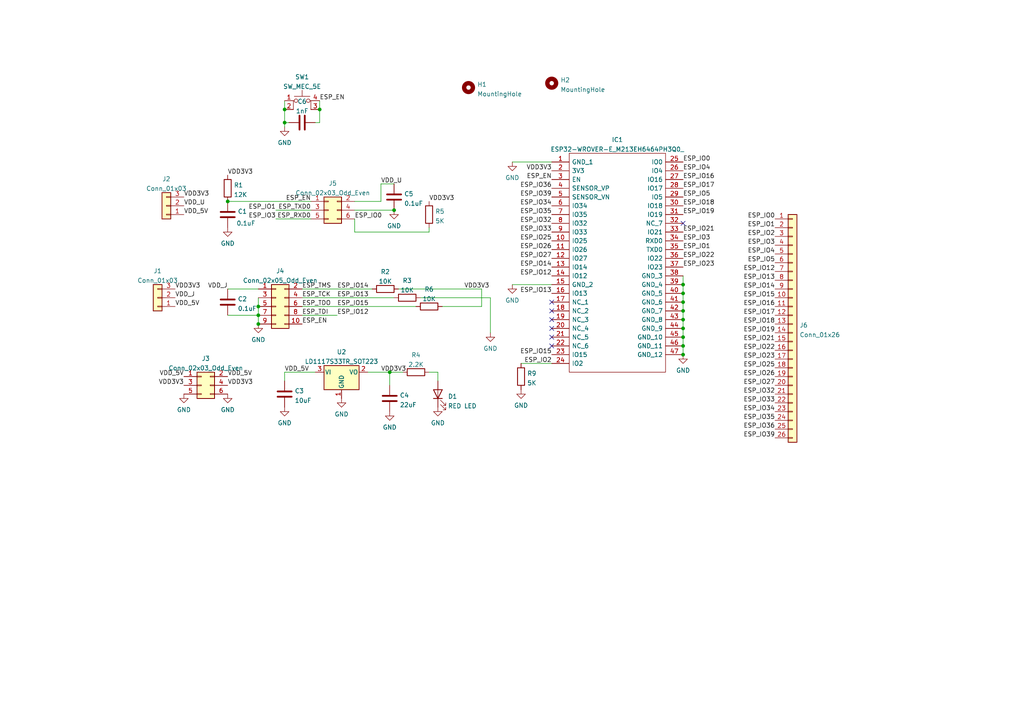
<source format=kicad_sch>
(kicad_sch (version 20211123) (generator eeschema)
  (paper "A4")
  (lib_symbols
    (symbol "Connector_Generic:Conn_01x03" (pin_names (offset 1.016) hide)
      (property "Reference" "J" (at 0 5.08 0))
      (property "Value" "Conn_01x03" (at 0 -5.08 0))
      (symbol "Conn_01x03_1_1"
        (rectangle (start -1.27 -2.413) (end 0 -2.667) (stroke (width 0.1524)))
        (rectangle (start -1.27 0.127) (end 0 -0.127) (stroke (width 0.1524)))
        (rectangle (start -1.27 2.667) (end 0 2.413) (stroke (width 0.1524)))
        (rectangle (start -1.27 3.81) (end 1.27 -3.81) (stroke (width 0.254)) (fill (type background)))
        (pin passive line (at -5.08 2.54 0) (length 3.81) (name "Pin_1") (number "1"))
        (pin passive line (at -5.08 0 0) (length 3.81) (name "Pin_2") (number "2"))
        (pin passive line (at -5.08 -2.54 0) (length 3.81) (name "Pin_3") (number "3"))
      )
    )
    (symbol "Connector_Generic:Conn_01x26" (pin_names (offset 1.016) hide)
      (property "Reference" "J" (at 0 33.02 0))
      (property "Value" "Conn_01x26" (at 0 -35.56 0))
      (symbol "Conn_01x26_1_1"
        (rectangle (start -1.27 -32.893) (end 0 -33.147) (stroke (width 0.1524)))
        (rectangle (start -1.27 -30.353) (end 0 -30.607) (stroke (width 0.1524)))
        (rectangle (start -1.27 -27.813) (end 0 -28.067) (stroke (width 0.1524)))
        (rectangle (start -1.27 -25.273) (end 0 -25.527) (stroke (width 0.1524)))
        (rectangle (start -1.27 -22.733) (end 0 -22.987) (stroke (width 0.1524)))
        (rectangle (start -1.27 -20.193) (end 0 -20.447) (stroke (width 0.1524)))
        (rectangle (start -1.27 -17.653) (end 0 -17.907) (stroke (width 0.1524)))
        (rectangle (start -1.27 -15.113) (end 0 -15.367) (stroke (width 0.1524)))
        (rectangle (start -1.27 -12.573) (end 0 -12.827) (stroke (width 0.1524)))
        (rectangle (start -1.27 -10.033) (end 0 -10.287) (stroke (width 0.1524)))
        (rectangle (start -1.27 -7.493) (end 0 -7.747) (stroke (width 0.1524)))
        (rectangle (start -1.27 -4.953) (end 0 -5.207) (stroke (width 0.1524)))
        (rectangle (start -1.27 -2.413) (end 0 -2.667) (stroke (width 0.1524)))
        (rectangle (start -1.27 0.127) (end 0 -0.127) (stroke (width 0.1524)))
        (rectangle (start -1.27 2.667) (end 0 2.413) (stroke (width 0.1524)))
        (rectangle (start -1.27 5.207) (end 0 4.953) (stroke (width 0.1524)))
        (rectangle (start -1.27 7.747) (end 0 7.493) (stroke (width 0.1524)))
        (rectangle (start -1.27 10.287) (end 0 10.033) (stroke (width 0.1524)))
        (rectangle (start -1.27 12.827) (end 0 12.573) (stroke (width 0.1524)))
        (rectangle (start -1.27 15.367) (end 0 15.113) (stroke (width 0.1524)))
        (rectangle (start -1.27 17.907) (end 0 17.653) (stroke (width 0.1524)))
        (rectangle (start -1.27 20.447) (end 0 20.193) (stroke (width 0.1524)))
        (rectangle (start -1.27 22.987) (end 0 22.733) (stroke (width 0.1524)))
        (rectangle (start -1.27 25.527) (end 0 25.273) (stroke (width 0.1524)))
        (rectangle (start -1.27 28.067) (end 0 27.813) (stroke (width 0.1524)))
        (rectangle (start -1.27 30.607) (end 0 30.353) (stroke (width 0.1524)))
        (rectangle (start -1.27 31.75) (end 1.27 -34.29) (stroke (width 0.254)) (fill (type background)))
        (pin passive line (at -5.08 30.48 0) (length 3.81) (name "Pin_1") (number "1"))
        (pin passive line (at -5.08 7.62 0) (length 3.81) (name "Pin_10") (number "10"))
        (pin passive line (at -5.08 5.08 0) (length 3.81) (name "Pin_11") (number "11"))
        (pin passive line (at -5.08 2.54 0) (length 3.81) (name "Pin_12") (number "12"))
        (pin passive line (at -5.08 0 0) (length 3.81) (name "Pin_13") (number "13"))
        (pin passive line (at -5.08 -2.54 0) (length 3.81) (name "Pin_14") (number "14"))
        (pin passive line (at -5.08 -5.08 0) (length 3.81) (name "Pin_15") (number "15"))
        (pin passive line (at -5.08 -7.62 0) (length 3.81) (name "Pin_16") (number "16"))
        (pin passive line (at -5.08 -10.16 0) (length 3.81) (name "Pin_17") (number "17"))
        (pin passive line (at -5.08 -12.7 0) (length 3.81) (name "Pin_18") (number "18"))
        (pin passive line (at -5.08 -15.24 0) (length 3.81) (name "Pin_19") (number "19"))
        (pin passive line (at -5.08 27.94 0) (length 3.81) (name "Pin_2") (number "2"))
        (pin passive line (at -5.08 -17.78 0) (length 3.81) (name "Pin_20") (number "20"))
        (pin passive line (at -5.08 -20.32 0) (length 3.81) (name "Pin_21") (number "21"))
        (pin passive line (at -5.08 -22.86 0) (length 3.81) (name "Pin_22") (number "22"))
        (pin passive line (at -5.08 -25.4 0) (length 3.81) (name "Pin_23") (number "23"))
        (pin passive line (at -5.08 -27.94 0) (length 3.81) (name "Pin_24") (number "24"))
        (pin passive line (at -5.08 -30.48 0) (length 3.81) (name "Pin_25") (number "25"))
        (pin passive line (at -5.08 -33.02 0) (length 3.81) (name "Pin_26") (number "26"))
        (pin passive line (at -5.08 25.4 0) (length 3.81) (name "Pin_3") (number "3"))
        (pin passive line (at -5.08 22.86 0) (length 3.81) (name "Pin_4") (number "4"))
        (pin passive line (at -5.08 20.32 0) (length 3.81) (name "Pin_5") (number "5"))
        (pin passive line (at -5.08 17.78 0) (length 3.81) (name "Pin_6") (number "6"))
        (pin passive line (at -5.08 15.24 0) (length 3.81) (name "Pin_7") (number "7"))
        (pin passive line (at -5.08 12.7 0) (length 3.81) (name "Pin_8") (number "8"))
        (pin passive line (at -5.08 10.16 0) (length 3.81) (name "Pin_9") (number "9"))
      )
    )
    (symbol "Connector_Generic:Conn_02x03_Odd_Even" (pin_names (offset 1.016) hide)
      (property "Reference" "J" (at 1.27 5.08 0))
      (property "Value" "Conn_02x03_Odd_Even" (at 1.27 -5.08 0))
      (symbol "Conn_02x03_Odd_Even_1_1"
        (rectangle (start -1.27 -2.413) (end 0 -2.667) (stroke (width 0.1524)))
        (rectangle (start -1.27 0.127) (end 0 -0.127) (stroke (width 0.1524)))
        (rectangle (start -1.27 2.667) (end 0 2.413) (stroke (width 0.1524)))
        (rectangle (start -1.27 3.81) (end 3.81 -3.81) (stroke (width 0.254)) (fill (type background)))
        (rectangle (start 3.81 -2.413) (end 2.54 -2.667) (stroke (width 0.1524)))
        (rectangle (start 3.81 0.127) (end 2.54 -0.127) (stroke (width 0.1524)))
        (rectangle (start 3.81 2.667) (end 2.54 2.413) (stroke (width 0.1524)))
        (pin passive line (at -5.08 2.54 0) (length 3.81) (name "Pin_1") (number "1"))
        (pin passive line (at 7.62 2.54 180) (length 3.81) (name "Pin_2") (number "2"))
        (pin passive line (at -5.08 0 0) (length 3.81) (name "Pin_3") (number "3"))
        (pin passive line (at 7.62 0 180) (length 3.81) (name "Pin_4") (number "4"))
        (pin passive line (at -5.08 -2.54 0) (length 3.81) (name "Pin_5") (number "5"))
        (pin passive line (at 7.62 -2.54 180) (length 3.81) (name "Pin_6") (number "6"))
      )
    )
    (symbol "Connector_Generic:Conn_02x05_Odd_Even" (pin_names (offset 1.016) hide)
      (property "Reference" "J" (at 1.27 7.62 0))
      (property "Value" "Conn_02x05_Odd_Even" (at 1.27 -7.62 0))
      (symbol "Conn_02x05_Odd_Even_1_1"
        (rectangle (start -1.27 -4.953) (end 0 -5.207) (stroke (width 0.1524)))
        (rectangle (start -1.27 -2.413) (end 0 -2.667) (stroke (width 0.1524)))
        (rectangle (start -1.27 0.127) (end 0 -0.127) (stroke (width 0.1524)))
        (rectangle (start -1.27 2.667) (end 0 2.413) (stroke (width 0.1524)))
        (rectangle (start -1.27 5.207) (end 0 4.953) (stroke (width 0.1524)))
        (rectangle (start -1.27 6.35) (end 3.81 -6.35) (stroke (width 0.254)) (fill (type background)))
        (rectangle (start 3.81 -4.953) (end 2.54 -5.207) (stroke (width 0.1524)))
        (rectangle (start 3.81 -2.413) (end 2.54 -2.667) (stroke (width 0.1524)))
        (rectangle (start 3.81 0.127) (end 2.54 -0.127) (stroke (width 0.1524)))
        (rectangle (start 3.81 2.667) (end 2.54 2.413) (stroke (width 0.1524)))
        (rectangle (start 3.81 5.207) (end 2.54 4.953) (stroke (width 0.1524)))
        (pin passive line (at -5.08 5.08 0) (length 3.81) (name "Pin_1") (number "1"))
        (pin passive line (at 7.62 -5.08 180) (length 3.81) (name "Pin_10") (number "10"))
        (pin passive line (at 7.62 5.08 180) (length 3.81) (name "Pin_2") (number "2"))
        (pin passive line (at -5.08 2.54 0) (length 3.81) (name "Pin_3") (number "3"))
        (pin passive line (at 7.62 2.54 180) (length 3.81) (name "Pin_4") (number "4"))
        (pin passive line (at -5.08 0 0) (length 3.81) (name "Pin_5") (number "5"))
        (pin passive line (at 7.62 0 180) (length 3.81) (name "Pin_6") (number "6"))
        (pin passive line (at -5.08 -2.54 0) (length 3.81) (name "Pin_7") (number "7"))
        (pin passive line (at 7.62 -2.54 180) (length 3.81) (name "Pin_8") (number "8"))
        (pin passive line (at -5.08 -5.08 0) (length 3.81) (name "Pin_9") (number "9"))
      )
    )
    (symbol "Device:C" (pin_numbers hide) (pin_names (offset 0.254))
      (property "Reference" "C" (at 0.635 2.54 0))
      (property "Value" "C" (at 0.635 -2.54 0))
      (symbol "C_0_1"
        (polyline (pts (xy -2.032 -0.762) (xy 2.032 -0.762)) (stroke (width 0.508)))
        (polyline (pts (xy -2.032 0.762) (xy 2.032 0.762)) (stroke (width 0.508)))
      )
      (symbol "C_1_1"
        (pin passive line (at 0 3.81 270) (length 2.794) (name "~") (number "1"))
        (pin passive line (at 0 -3.81 90) (length 2.794) (name "~") (number "2"))
      )
    )
    (symbol "Device:LED" (pin_numbers hide) (pin_names (offset 1.016) hide)
      (property "Reference" "D" (at 0 2.54 0))
      (property "Value" "LED" (at 0 -2.54 0))
      (symbol "LED_0_1"
        (polyline (pts (xy -1.27 -1.27) (xy -1.27 1.27)) (stroke (width 0.254)))
        (polyline (pts (xy -1.27 0) (xy 1.27 0)))
        (polyline (pts (xy 1.27 -1.27) (xy 1.27 1.27) (xy -1.27 0) (xy 1.27 -1.27)) (stroke (width 0.254)))
        (polyline (pts (xy -3.048 -0.762) (xy -4.572 -2.286) (xy -3.81 -2.286) (xy -4.572 -2.286) (xy -4.572 -1.524)))
        (polyline (pts (xy -1.778 -0.762) (xy -3.302 -2.286) (xy -2.54 -2.286) (xy -3.302 -2.286) (xy -3.302 -1.524)))
      )
      (symbol "LED_1_1"
        (pin passive line (at -3.81 0 0) (length 2.54) (name "K") (number "1"))
        (pin passive line (at 3.81 0 180) (length 2.54) (name "A") (number "2"))
      )
    )
    (symbol "Device:R" (pin_numbers hide) (pin_names (offset 0))
      (property "Reference" "R" (at 2.032 0 90))
      (property "Value" "R" (at 0 0 90))
      (symbol "R_0_1"
        (rectangle (start -1.016 -2.54) (end 1.016 2.54) (stroke (width 0.254)))
      )
      (symbol "R_1_1"
        (pin passive line (at 0 3.81 270) (length 1.27) (name "~") (number "1"))
        (pin passive line (at 0 -3.81 90) (length 1.27) (name "~") (number "2"))
      )
    )
    (symbol "Mechanical:MountingHole" (pin_names (offset 1.016))
      (property "Reference" "H" (at 0 5.08 0))
      (property "Value" "MountingHole" (at 0 3.175 0))
      (symbol "MountingHole_0_1"
        (circle (center 0 0) (radius 1.27) (stroke (width 1.27)))
      )
    )
    (symbol "Regulator_Linear:LD1117S33TR_SOT223" (pin_names (offset 0.254))
      (property "Reference" "U" (at -3.81 3.175 0))
      (property "Value" "LD1117S33TR_SOT223" (at 0 3.175 0))
      (symbol "LD1117S33TR_SOT223_0_1"
        (rectangle (start -5.08 -5.08) (end 5.08 1.905) (stroke (width 0.254)) (fill (type background)))
      )
      (symbol "LD1117S33TR_SOT223_1_1"
        (pin power_in line (at 0 -7.62 90) (length 2.54) (name "GND") (number "1"))
        (pin power_out line (at 7.62 0 180) (length 2.54) (name "VO") (number "2"))
        (pin power_in line (at -7.62 0 0) (length 2.54) (name "VI") (number "3"))
      )
    )
    (symbol "Switch:SW_MEC_5E" (pin_names (offset 1.016) hide)
      (property "Reference" "SW" (at 0.635 5.715 0))
      (property "Value" "SW_MEC_5E" (at 0 -3.175 0))
      (symbol "SW_MEC_5E_0_1"
        (circle (center -1.778 2.54) (radius 0.508))
        (polyline (pts (xy -2.286 3.81) (xy 2.286 3.81)))
        (polyline (pts (xy 0 3.81) (xy 0 5.588)))
        (polyline (pts (xy -2.54 0) (xy -2.54 2.54) (xy -2.286 2.54)))
        (polyline (pts (xy 2.54 0) (xy 2.54 2.54) (xy 2.286 2.54)))
        (circle (center 1.778 2.54) (radius 0.508))
        (pin passive line (at -5.08 2.54 0) (length 2.54) (name "1") (number "1"))
        (pin passive line (at -5.08 0 0) (length 2.54) (name "2") (number "2"))
        (pin passive line (at 5.08 0 180) (length 2.54) (name "K") (number "3"))
        (pin passive line (at 5.08 2.54 180) (length 2.54) (name "A") (number "4"))
      )
    )
    (symbol "mouser:ESP32-WROVER-E_M213EH6464PH3Q0_" (pin_names (offset 0.762))
      (property "Reference" "IC" (at 34.29 7.62 0))
      (property "Value" "ESP32-WROVER-E_M213EH6464PH3Q0_" (at 34.29 5.08 0))
      (symbol "ESP32-WROVER-E_M213EH6464PH3Q0__0_0"
        (pin passive line (at 0 0 0) (length 5.08) (name "GND_1") (number "1"))
        (pin passive line (at 0 -22.86 0) (length 5.08) (name "IO25") (number "10"))
        (pin passive line (at 0 -25.4 0) (length 5.08) (name "IO26") (number "11"))
        (pin passive line (at 0 -27.94 0) (length 5.08) (name "IO27") (number "12"))
        (pin passive line (at 0 -30.48 0) (length 5.08) (name "IO14") (number "13"))
        (pin passive line (at 0 -33.02 0) (length 5.08) (name "IO12") (number "14"))
        (pin passive line (at 0 -35.56 0) (length 5.08) (name "GND_2") (number "15"))
        (pin passive line (at 0 -38.1 0) (length 5.08) (name "IO13") (number "16"))
        (pin passive line (at 0 -40.64 0) (length 5.08) (name "NC_1") (number "17"))
        (pin passive line (at 0 -43.18 0) (length 5.08) (name "NC_2") (number "18"))
        (pin passive line (at 0 -45.72 0) (length 5.08) (name "NC_3") (number "19"))
        (pin passive line (at 0 -2.54 0) (length 5.08) (name "3V3") (number "2"))
        (pin passive line (at 0 -48.26 0) (length 5.08) (name "NC_4") (number "20"))
        (pin passive line (at 0 -50.8 0) (length 5.08) (name "NC_5") (number "21"))
        (pin passive line (at 0 -53.34 0) (length 5.08) (name "NC_6") (number "22"))
        (pin passive line (at 0 -55.88 0) (length 5.08) (name "IO15") (number "23"))
        (pin passive line (at 0 -58.42 0) (length 5.08) (name "IO2") (number "24"))
        (pin passive line (at 38.1 0 180) (length 5.08) (name "IO0") (number "25"))
        (pin passive line (at 38.1 -2.54 180) (length 5.08) (name "IO4") (number "26"))
        (pin passive line (at 38.1 -5.08 180) (length 5.08) (name "IO16") (number "27"))
        (pin passive line (at 38.1 -7.62 180) (length 5.08) (name "IO17") (number "28"))
        (pin passive line (at 38.1 -10.16 180) (length 5.08) (name "IO5") (number "29"))
        (pin passive line (at 0 -5.08 0) (length 5.08) (name "EN") (number "3"))
        (pin passive line (at 38.1 -12.7 180) (length 5.08) (name "IO18") (number "30"))
        (pin passive line (at 38.1 -15.24 180) (length 5.08) (name "IO19") (number "31"))
        (pin passive line (at 38.1 -17.78 180) (length 5.08) (name "NC_7") (number "32"))
        (pin passive line (at 38.1 -20.32 180) (length 5.08) (name "IO21") (number "33"))
        (pin passive line (at 38.1 -22.86 180) (length 5.08) (name "RXD0") (number "34"))
        (pin passive line (at 38.1 -25.4 180) (length 5.08) (name "TXD0") (number "35"))
        (pin passive line (at 38.1 -27.94 180) (length 5.08) (name "IO22") (number "36"))
        (pin passive line (at 38.1 -30.48 180) (length 5.08) (name "IO23") (number "37"))
        (pin passive line (at 38.1 -33.02 180) (length 5.08) (name "GND_3") (number "38"))
        (pin passive line (at 38.1 -35.56 180) (length 5.08) (name "GND_4") (number "39"))
        (pin passive line (at 0 -7.62 0) (length 5.08) (name "SENSOR_VP") (number "4"))
        (pin passive line (at 38.1 -38.1 180) (length 5.08) (name "GND_5") (number "40"))
        (pin passive line (at 38.1 -40.64 180) (length 5.08) (name "GND_6") (number "41"))
        (pin passive line (at 38.1 -43.18 180) (length 5.08) (name "GND_7") (number "42"))
        (pin passive line (at 38.1 -45.72 180) (length 5.08) (name "GND_8") (number "43"))
        (pin passive line (at 38.1 -48.26 180) (length 5.08) (name "GND_9") (number "44"))
        (pin passive line (at 38.1 -50.8 180) (length 5.08) (name "GND_10") (number "45"))
        (pin passive line (at 38.1 -53.34 180) (length 5.08) (name "GND_11") (number "46"))
        (pin passive line (at 38.1 -55.88 180) (length 5.08) (name "GND_12") (number "47"))
        (pin passive line (at 0 -10.16 0) (length 5.08) (name "SENSOR_VN") (number "5"))
        (pin passive line (at 0 -12.7 0) (length 5.08) (name "IO34") (number "6"))
        (pin passive line (at 0 -15.24 0) (length 5.08) (name "IO35") (number "7"))
        (pin passive line (at 0 -17.78 0) (length 5.08) (name "IO32") (number "8"))
        (pin passive line (at 0 -20.32 0) (length 5.08) (name "IO33") (number "9"))
      )
      (symbol "ESP32-WROVER-E_M213EH6464PH3Q0__0_1"
        (polyline (pts (xy 5.08 2.54) (xy 33.02 2.54) (xy 33.02 -60.96) (xy 5.08 -60.96) (xy 5.08 2.54)) (stroke (width 0.1524)))
      )
    )
    (symbol "power:GND" (power) (pin_names (offset 0))
      (property "Value" "GND" (at 0 -3.81 0))
      (symbol "GND_0_1"
        (polyline (pts (xy 0 0) (xy 0 -1.27) (xy 1.27 -1.27) (xy 0 -2.54) (xy -1.27 -1.27) (xy 0 -1.27)))
      )
      (symbol "GND_1_1"
        (pin power_in line (at 0 0 270) (length 0) hide (name "GND") (number "1"))
      )
    )
  )
  (junction (at 198.12 82.55))
  (junction (at 198.12 87.63))
  (junction (at 198.12 97.79))
  (junction (at 74.93 91.44))
  (junction (at 74.93 88.9))
  (junction (at 198.12 85.09))
  (junction (at 114.3 60.96))
  (junction (at 82.55 35.56))
  (junction (at 198.12 95.25))
  (junction (at 66.04 58.42))
  (junction (at 92.71 31.75))
  (junction (at 198.12 100.33))
  (junction (at 82.55 31.75))
  (junction (at 198.12 90.17))
  (junction (at 198.12 92.71))
  (junction (at 113.03 107.95))
  (junction (at 198.12 102.87))
  (junction (at 74.93 93.98))
  (no_connect (at 198.12 64.77))
  (no_connect (at 160.02 95.25))
  (no_connect (at 160.02 87.63))
  (no_connect (at 160.02 90.17))
  (no_connect (at 160.02 92.71))
  (no_connect (at 160.02 97.79))
  (no_connect (at 160.02 100.33))
  (wire (pts (xy 110.49 58.42) (xy 110.49 53.34)))
  (wire (pts (xy 198.12 90.17) (xy 198.12 92.71)))
  (wire (pts (xy 127 110.49) (xy 127 107.95)))
  (wire (pts (xy 92.71 29.21) (xy 92.71 31.75)))
  (wire (pts (xy 127 107.95) (xy 124.46 107.95)))
  (wire (pts (xy 124.46 67.31) (xy 124.46 66.04)))
  (wire (pts (xy 115.57 83.82) (xy 139.7 83.82)))
  (wire (pts (xy 91.44 35.56) (xy 92.71 35.56)))
  (wire (pts (xy 198.12 92.71) (xy 198.12 95.25)))
  (wire (pts (xy 148.59 46.99) (xy 160.02 46.99)))
  (wire (pts (xy 87.63 91.44) (xy 97.79 91.44)))
  (wire (pts (xy 148.59 82.55) (xy 160.02 82.55)))
  (wire (pts (xy 82.55 29.21) (xy 82.55 31.75)))
  (wire (pts (xy 198.12 82.55) (xy 198.12 85.09)))
  (wire (pts (xy 102.87 58.42) (xy 110.49 58.42)))
  (wire (pts (xy 91.44 107.95) (xy 82.55 107.95)))
  (wire (pts (xy 198.12 87.63) (xy 198.12 90.17)))
  (wire (pts (xy 160.02 105.41) (xy 151.13 105.41)))
  (wire (pts (xy 198.12 80.01) (xy 198.12 82.55)))
  (wire (pts (xy 128.27 88.9) (xy 139.7 88.9)))
  (wire (pts (xy 106.68 107.95) (xy 113.03 107.95)))
  (wire (pts (xy 74.93 91.44) (xy 74.93 93.98)))
  (wire (pts (xy 66.04 91.44) (xy 74.93 91.44)))
  (wire (pts (xy 92.71 35.56) (xy 92.71 31.75)))
  (wire (pts (xy 80.01 60.96) (xy 90.17 60.96)))
  (wire (pts (xy 110.49 53.34) (xy 114.3 53.34)))
  (wire (pts (xy 82.55 31.75) (xy 82.55 35.56)))
  (wire (pts (xy 142.24 86.36) (xy 142.24 96.52)))
  (wire (pts (xy 74.93 88.9) (xy 74.93 91.44)))
  (wire (pts (xy 66.04 83.82) (xy 74.93 83.82)))
  (wire (pts (xy 82.55 35.56) (xy 82.55 36.83)))
  (wire (pts (xy 87.63 83.82) (xy 107.95 83.82)))
  (wire (pts (xy 102.87 67.31) (xy 124.46 67.31)))
  (wire (pts (xy 74.93 86.36) (xy 74.93 88.9)))
  (wire (pts (xy 102.87 63.5) (xy 102.87 67.31)))
  (wire (pts (xy 198.12 95.25) (xy 198.12 97.79)))
  (wire (pts (xy 198.12 100.33) (xy 198.12 102.87)))
  (wire (pts (xy 66.04 58.42) (xy 90.17 58.42)))
  (wire (pts (xy 82.55 107.95) (xy 82.55 110.49)))
  (wire (pts (xy 87.63 88.9) (xy 120.65 88.9)))
  (wire (pts (xy 82.55 35.56) (xy 83.82 35.56)))
  (wire (pts (xy 121.92 86.36) (xy 142.24 86.36)))
  (wire (pts (xy 113.03 107.95) (xy 113.03 111.76)))
  (wire (pts (xy 198.12 97.79) (xy 198.12 100.33)))
  (wire (pts (xy 102.87 60.96) (xy 114.3 60.96)))
  (wire (pts (xy 87.63 86.36) (xy 114.3 86.36)))
  (wire (pts (xy 198.12 85.09) (xy 198.12 87.63)))
  (wire (pts (xy 116.84 107.95) (xy 113.03 107.95)))
  (wire (pts (xy 80.01 63.5) (xy 90.17 63.5)))
  (wire (pts (xy 139.7 83.82) (xy 139.7 88.9)))
  (label "ESP_IO14" (at 160.02 77.47 180))
  (label "VDD3V3" (at 53.34 57.15 0))
  (label "VDD3V3" (at 134.62 83.82 0))
  (label "VDD_5V" (at 50.8 88.9 0))
  (label "ESP_IO0" (at 198.12 46.99 0))
  (label "ESP_IO26" (at 160.02 72.39 180))
  (label "ESP_IO3" (at 198.12 69.85 0))
  (label "ESP_TDO" (at 87.63 88.9 0))
  (label "ESP_IO0" (at 102.87 63.5 0))
  (label "ESP_IO14" (at 224.79 83.82 180))
  (label "ESP_IO23" (at 224.79 104.14 180))
  (label "ESP_IO1" (at 224.79 66.04 180))
  (label "ESP_IO36" (at 224.79 124.46 180))
  (label "ESP_IO19" (at 224.79 96.52 180))
  (label "ESP_EN" (at 160.02 52.07 180))
  (label "VDD_5V" (at 53.34 109.22 180))
  (label "ESP_RXD0" (at 90.17 63.5 180))
  (label "ESP_IO2" (at 160.02 105.41 180))
  (label "ESP_IO13" (at 97.79 86.36 0))
  (label "VDD3V3" (at 110.49 107.95 0))
  (label "ESP_IO13" (at 224.79 81.28 180))
  (label "ESP_IO23" (at 198.12 77.47 0))
  (label "VDD3V3" (at 124.46 58.42 0))
  (label "ESP_IO4" (at 224.79 73.66 180))
  (label "ESP_IO0" (at 224.79 63.5 180))
  (label "ESP_IO15" (at 97.79 88.9 0))
  (label "ESP_IO17" (at 224.79 91.44 180))
  (label "VDD3V3" (at 160.02 49.53 180))
  (label "ESP_IO33" (at 224.79 116.84 180))
  (label "VDD_U" (at 110.49 53.34 0))
  (label "VDD_J" (at 50.8 86.36 0))
  (label "ESP_IO18" (at 198.12 59.69 0))
  (label "ESP_IO39" (at 224.79 127 180))
  (label "ESP_IO39" (at 160.02 57.15 180))
  (label "ESP_IO27" (at 160.02 74.93 180))
  (label "ESP_IO1" (at 198.12 72.39 0))
  (label "ESP_IO17" (at 198.12 54.61 0))
  (label "ESP_IO32" (at 224.79 114.3 180))
  (label "VDD3V3" (at 66.04 111.76 0))
  (label "ESP_IO16" (at 224.79 88.9 180))
  (label "VDD3V3" (at 53.34 111.76 180))
  (label "ESP_IO4" (at 198.12 49.53 0))
  (label "ESP_TDI" (at 87.63 91.44 0))
  (label "ESP_IO26" (at 224.79 109.22 180))
  (label "ESP_IO27" (at 224.79 111.76 180))
  (label "ESP_EN" (at 90.17 58.42 180))
  (label "ESP_IO34" (at 160.02 59.69 180))
  (label "ESP_IO25" (at 160.02 69.85 180))
  (label "VDD_5V" (at 53.34 62.23 0))
  (label "VDD_5V" (at 66.04 109.22 0))
  (label "ESP_TMS" (at 87.63 83.82 0))
  (label "ESP_EN" (at 87.63 93.98 0))
  (label "ESP_IO12" (at 160.02 80.01 180))
  (label "ESP_IO33" (at 160.02 67.31 180))
  (label "ESP_IO15" (at 224.79 86.36 180))
  (label "ESP_IO5" (at 198.12 57.15 0))
  (label "ESP_IO35" (at 224.79 121.92 180))
  (label "ESP_IO15" (at 160.02 102.87 180))
  (label "VDD_5V" (at 82.55 107.95 0))
  (label "ESP_IO22" (at 224.79 101.6 180))
  (label "ESP_IO13" (at 160.02 85.09 180))
  (label "ESP_TCK" (at 87.63 86.36 0))
  (label "ESP_IO19" (at 198.12 62.23 0))
  (label "ESP_IO12" (at 97.79 91.44 0))
  (label "ESP_IO25" (at 224.79 106.68 180))
  (label "ESP_IO21" (at 224.79 99.06 180))
  (label "VDD_U" (at 53.34 59.69 0))
  (label "ESP_IO2" (at 224.79 68.58 180))
  (label "ESP_IO3" (at 80.01 63.5 180))
  (label "ESP_IO35" (at 160.02 62.23 180))
  (label "VDD_J" (at 66.04 83.82 180))
  (label "VDD3V3" (at 50.8 83.82 0))
  (label "ESP_IO5" (at 224.79 76.2 180))
  (label "ESP_IO21" (at 198.12 67.31 0))
  (label "ESP_IO12" (at 224.79 78.74 180))
  (label "ESP_IO1" (at 80.01 60.96 180))
  (label "ESP_IO36" (at 160.02 54.61 180))
  (label "ESP_TXD0" (at 90.17 60.96 180))
  (label "ESP_IO18" (at 224.79 93.98 180))
  (label "ESP_IO22" (at 198.12 74.93 0))
  (label "ESP_IO3" (at 224.79 71.12 180))
  (label "VDD3V3" (at 66.04 50.8 0))
  (label "ESP_IO34" (at 224.79 119.38 180))
  (label "ESP_IO14" (at 97.79 83.82 0))
  (label "ESP_EN" (at 92.71 29.21 0))
  (label "ESP_IO16" (at 198.12 52.07 0))
  (label "ESP_IO32" (at 160.02 64.77 180))
  (symbol (lib_id "Mechanical:MountingHole") (at 135.89 25.4 0) (unit 1)
    (property "Reference" "H1" (at 138.43 24.4915 0) (effects (justify left)))
    (property "Value" "MountingHole" (at 138.43 27.2666 0) (effects (justify left)))
    (property "Footprint" "MountingHole:MountingHole_3.2mm_M3" (effects hide))
  )
  (symbol (lib_id "power:GND") (at 82.55 118.11 0) (unit 1)
    (property "Reference" "#PWR05" (effects hide))
    (property "Value" "GND" (at 82.55 122.6725 0))
  )
  (symbol (lib_id "Device:C") (at 87.63 35.56 90) (unit 1)
    (property "Reference" "C6" (at 87.63 29.4345 90))
    (property "Value" "1nF" (at 87.63 32.2096 90))
    (property "Footprint" "Capacitor_SMD:C_0603_1608Metric" (effects hide))
  )
  (symbol (lib_id "power:GND") (at 66.04 114.3 0) (unit 1)
    (property "Reference" "#PWR03" (effects hide))
    (property "Value" "GND" (at 66.04 118.8625 0))
  )
  (symbol (lib_id "mouser:ESP32-WROVER-E_M213EH6464PH3Q0_") (at 160.02 46.99 0) (unit 1)
    (property "Reference" "IC1" (at 179.07 40.5343 0))
    (property "Value" "ESP32-WROVER-E_M213EH6464PH3Q0_" (at 179.07 43.3094 0))
    (property "Footprint" "ESP32WROVEREM213EH6464PH3Q0" (effects hide))
    (property "Description" "WiFi Modules (802.11) SMD Module ESP32-WROVER-E, ESP32-D0WD-V3, 3.3V 64Mbit PSRAM, 8 MB SPI flash, PCB Antenna" (effects hide))
    (property "Height" "3.45" (effects hide))
    (property "Mouser Part Number" "356-ESP32WRVE26464PC" (effects hide))
    (property "Mouser Price/Stock" "https://www.mouser.co.uk/ProductDetail/Espressif-Systems/ESP32-WROVER-EM213EH6464PH3Q0?qs=vmHwEFxEFR9zVOJutwAM6w%3D%3D" (effects hide))
    (property "Manufacturer_Name" "Espressif Systems" (effects hide))
    (property "Manufacturer_Part_Number" "ESP32-WROVER-E(M213EH6464PH3Q0)" (effects hide))
  )
  (symbol (lib_id "Device:R") (at 118.11 86.36 90) (unit 1)
    (property "Reference" "R3" (at 118.11 81.3775 90))
    (property "Value" "10K" (at 118.11 84.1526 90))
    (property "Footprint" "Resistor_SMD:R_0603_1608Metric" (effects hide))
  )
  (symbol (lib_id "Device:C") (at 82.55 114.3 0) (unit 1)
    (property "Reference" "C3" (at 85.471 113.3915 0) (effects (justify left)))
    (property "Value" "10uF" (at 85.471 116.1666 0) (effects (justify left)))
    (property "Footprint" "Capacitor_THT:CP_Radial_D5.0mm_P2.00mm" (effects hide))
  )
  (symbol (lib_id "Device:LED") (at 127 114.3 90) (unit 1)
    (property "Reference" "D1" (at 129.921 114.979 90) (effects (justify right)))
    (property "Value" "RED LED" (at 129.921 117.7541 90) (effects (justify right)))
    (property "Footprint" "LED_SMD:LED_0603_1608Metric" (effects hide))
  )
  (symbol (lib_id "Device:R") (at 120.65 107.95 90) (unit 1)
    (property "Reference" "R4" (at 120.65 102.9675 90))
    (property "Value" "2.2K" (at 120.65 105.7426 90))
    (property "Footprint" "Resistor_SMD:R_0603_1608Metric" (effects hide))
  )
  (symbol (lib_id "Device:C") (at 66.04 62.23 0) (unit 1)
    (property "Reference" "C1" (at 68.961 61.3215 0) (effects (justify left)))
    (property "Value" "0.1uF" (at 68.58 64.77 0) (effects (justify left)))
    (property "Footprint" "Capacitor_SMD:C_0603_1608Metric" (effects hide))
  )
  (symbol (lib_id "Device:C") (at 113.03 115.57 0) (unit 1)
    (property "Reference" "C4" (at 115.951 114.6615 0) (effects (justify left)))
    (property "Value" "22uF" (at 115.951 117.4366 0) (effects (justify left)))
    (property "Footprint" "Capacitor_THT:CP_Radial_D5.0mm_P2.00mm" (effects hide))
  )
  (symbol (lib_id "power:GND") (at 74.93 93.98 0) (unit 1)
    (property "Reference" "#PWR04" (effects hide))
    (property "Value" "GND" (at 74.93 98.5425 0))
  )
  (symbol (lib_id "Device:R") (at 151.13 109.22 180) (unit 1)
    (property "Reference" "R9" (at 152.908 108.3115 0) (effects (justify right)))
    (property "Value" "5K" (at 152.908 111.0866 0) (effects (justify right)))
    (property "Footprint" "Resistor_SMD:R_0603_1608Metric" (effects hide))
  )
  (symbol (lib_id "Connector_Generic:Conn_02x03_Odd_Even") (at 95.25 60.96 0) (unit 1)
    (property "Reference" "J5" (at 96.52 53.1835 0))
    (property "Value" "Conn_02x03_Odd_Even" (at 96.52 55.9586 0))
    (property "Footprint" "Connector_IDC:IDC-Header_2x03_P2.54mm_Vertical" (effects hide))
  )
  (symbol (lib_id "power:GND") (at 114.3 60.96 0) (unit 1)
    (property "Reference" "#PWR08" (effects hide))
    (property "Value" "GND" (at 114.3 65.5225 0))
  )
  (symbol (lib_id "Regulator_Linear:LD1117S33TR_SOT223") (at 99.06 107.95 0) (unit 1)
    (property "Reference" "U2" (at 99.06 102.0785 0))
    (property "Value" "LD1117S33TR_SOT223" (at 99.06 104.8536 0))
    (property "Footprint" "Package_TO_SOT_SMD:SOT-223-3_TabPin2" (effects hide))
    (property "Datasheet" "http://www.st.com/st-web-ui/static/active/en/resource/technical/document/datasheet/CD00000544.pdf" (effects hide))
  )
  (symbol (lib_id "power:GND") (at 148.59 46.99 0) (unit 1)
    (property "Reference" "#PWR011" (effects hide))
    (property "Value" "GND" (at 148.59 51.5525 0))
  )
  (symbol (lib_id "Device:C") (at 114.3 57.15 0) (unit 1)
    (property "Reference" "C5" (at 117.221 56.2415 0) (effects (justify left)))
    (property "Value" "0.1uF" (at 117.221 59.0166 0) (effects (justify left)))
    (property "Footprint" "Capacitor_SMD:C_0603_1608Metric" (effects hide))
  )
  (symbol (lib_id "Connector_Generic:Conn_01x26") (at 229.87 93.98 0) (unit 1)
    (property "Reference" "J6" (at 231.902 94.3415 0) (effects (justify left)))
    (property "Value" "Conn_01x26" (at 231.902 97.1166 0) (effects (justify left)))
    (property "Footprint" "Connector_PinHeader_2.54mm:PinHeader_1x26_P2.54mm_Vertical" (effects hide))
  )
  (symbol (lib_id "power:GND") (at 127 118.11 0) (unit 1)
    (property "Reference" "#PWR09" (effects hide))
    (property "Value" "GND" (at 127 122.6725 0))
  )
  (symbol (lib_id "power:GND") (at 151.13 113.03 0) (unit 1)
    (property "Reference" "#PWR012" (effects hide))
    (property "Value" "GND" (at 151.13 117.5925 0))
  )
  (symbol (lib_id "power:GND") (at 142.24 96.52 0) (unit 1)
    (property "Reference" "#PWR010" (effects hide))
    (property "Value" "GND" (at 142.24 101.0825 0))
  )
  (symbol (lib_id "Device:C") (at 66.04 87.63 0) (unit 1)
    (property "Reference" "C2" (at 68.961 86.7215 0) (effects (justify left)))
    (property "Value" "0.1uF" (at 68.961 89.4966 0) (effects (justify left)))
    (property "Footprint" "Capacitor_SMD:C_0603_1608Metric" (effects hide))
  )
  (symbol (lib_id "Mechanical:MountingHole") (at 160.02 24.13 0) (unit 1)
    (property "Reference" "H2" (at 162.56 23.2215 0) (effects (justify left)))
    (property "Value" "MountingHole" (at 162.56 25.9966 0) (effects (justify left)))
    (property "Footprint" "MountingHole:MountingHole_3.2mm_M3" (effects hide))
  )
  (symbol (lib_id "Connector_Generic:Conn_02x05_Odd_Even") (at 80.01 88.9 0) (unit 1)
    (property "Reference" "J4" (at 81.28 78.5835 0))
    (property "Value" "Conn_02x05_Odd_Even" (at 81.28 81.3586 0))
    (property "Footprint" "Connector_IDC:IDC-Header_2x05_P2.54mm_Vertical" (effects hide))
  )
  (symbol (lib_id "power:GND") (at 82.55 36.83 0) (unit 1)
    (property "Reference" "#PWR0101" (effects hide))
    (property "Value" "GND" (at 82.55 41.3925 0))
  )
  (symbol (lib_id "power:GND") (at 66.04 66.04 0) (unit 1)
    (property "Reference" "#PWR02" (effects hide))
    (property "Value" "GND" (at 66.04 70.6025 0))
  )
  (symbol (lib_id "Device:R") (at 66.04 54.61 0) (unit 1)
    (property "Reference" "R1" (at 67.818 53.7015 0) (effects (justify left)))
    (property "Value" "12K" (at 67.818 56.4766 0) (effects (justify left)))
    (property "Footprint" "Resistor_SMD:R_0603_1608Metric" (effects hide))
  )
  (symbol (lib_id "Switch:SW_MEC_5E") (at 87.63 31.75 0) (unit 1)
    (property "Reference" "SW1" (at 87.63 22.3225 0))
    (property "Value" "SW_MEC_5E" (at 87.63 25.0976 0))
    (property "Footprint" "Button_Switch_THT:SW_TH_Tactile_Omron_B3F-10xx" (effects hide))
    (property "Datasheet" "http://www.apem.com/int/index.php?controller=attachment&id_attachment=1371" (effects hide))
  )
  (symbol (lib_id "power:GND") (at 148.59 82.55 0) (unit 1)
    (property "Reference" "#PWR0102" (effects hide))
    (property "Value" "GND" (at 148.59 87.1125 0))
  )
  (symbol (lib_id "Connector_Generic:Conn_01x03") (at 48.26 59.69 180) (unit 1)
    (property "Reference" "J2" (at 48.26 51.9135 0))
    (property "Value" "Conn_01x03" (at 48.26 54.6886 0))
    (property "Footprint" "Connector_PinHeader_2.54mm:PinHeader_1x03_P2.54mm_Vertical" (effects hide))
  )
  (symbol (lib_id "Device:R") (at 124.46 88.9 90) (unit 1)
    (property "Reference" "R6" (at 124.46 83.9175 90))
    (property "Value" "10K" (at 124.46 86.6926 90))
    (property "Footprint" "Resistor_SMD:R_0603_1608Metric" (effects hide))
  )
  (symbol (lib_id "Device:R") (at 111.76 83.82 90) (unit 1)
    (property "Reference" "R2" (at 111.76 78.8375 90))
    (property "Value" "10K" (at 111.76 81.6126 90))
    (property "Footprint" "Resistor_SMD:R_0603_1608Metric" (effects hide))
  )
  (symbol (lib_id "power:GND") (at 53.34 114.3 0) (unit 1)
    (property "Reference" "#PWR01" (effects hide))
    (property "Value" "GND" (at 53.34 118.8625 0))
  )
  (symbol (lib_id "Device:R") (at 124.46 62.23 0) (unit 1)
    (property "Reference" "R5" (at 126.238 61.3215 0) (effects (justify left)))
    (property "Value" "5K" (at 126.238 64.0966 0) (effects (justify left)))
    (property "Footprint" "Resistor_SMD:R_0603_1608Metric" (effects hide))
  )
  (symbol (lib_id "Connector_Generic:Conn_01x03") (at 45.72 86.36 180) (unit 1)
    (property "Reference" "J1" (at 45.72 78.5835 0))
    (property "Value" "Conn_01x03" (at 45.72 81.3586 0))
    (property "Footprint" "Connector_PinHeader_2.54mm:PinHeader_1x03_P2.54mm_Vertical" (effects hide))
  )
  (symbol (lib_id "power:GND") (at 198.12 102.87 0) (unit 1)
    (property "Reference" "#PWR0103" (effects hide))
    (property "Value" "GND" (at 198.12 107.4325 0))
  )
  (symbol (lib_id "power:GND") (at 99.06 115.57 0) (unit 1)
    (property "Reference" "#PWR06" (effects hide))
    (property "Value" "GND" (at 99.06 120.1325 0))
  )
  (symbol (lib_id "Connector_Generic:Conn_02x03_Odd_Even") (at 58.42 111.76 0) (unit 1)
    (property "Reference" "J3" (at 59.69 103.9835 0))
    (property "Value" "Conn_02x03_Odd_Even" (at 59.69 106.7586 0))
    (property "Footprint" "Connector_PinHeader_2.54mm:PinHeader_2x03_P2.54mm_Vertical" (effects hide))
  )
  (symbol (lib_id "power:GND") (at 113.03 119.38 0) (unit 1)
    (property "Reference" "#PWR07" (effects hide))
    (property "Value" "GND" (at 113.03 123.9425 0))
  )
)
</source>
